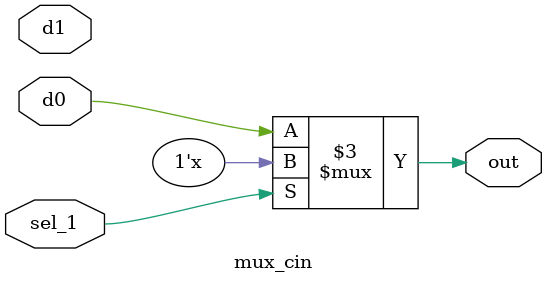
<source format=sv>
module mux_cin (d0, d1, sel_1, out);

	input d0,d1, sel_1;
	output out;
	reg out;
	
	always @ (sel_1 or d0 or d1)
	begin: mux_2_cin
		case(sel_1)
			1'b0: out = d0;
			1'b0: out = d1;
		endcase
	end
endmodule
	

</source>
